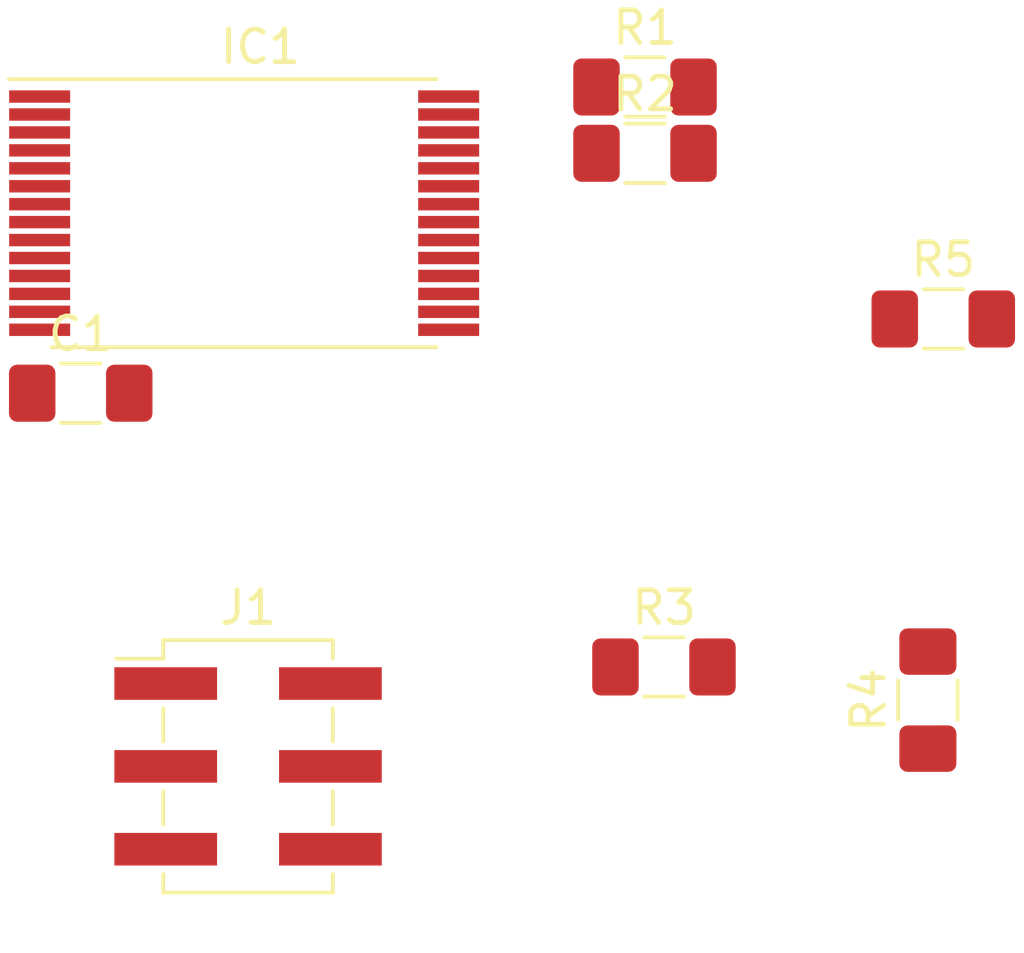
<source format=kicad_pcb>
(kicad_pcb (version 20171130) (host pcbnew 5.0.0)

  (general
    (thickness 1.6)
    (drawings 0)
    (tracks 0)
    (zones 0)
    (modules 8)
    (nets 30)
  )

  (page A4)
  (title_block
    (title "DXH Synth 01")
  )

  (layers
    (0 F.Cu signal)
    (31 B.Cu signal)
    (32 B.Adhes user)
    (33 F.Adhes user)
    (34 B.Paste user)
    (35 F.Paste user)
    (36 B.SilkS user)
    (37 F.SilkS user)
    (38 B.Mask user)
    (39 F.Mask user hide)
    (40 Dwgs.User user)
    (41 Cmts.User user)
    (42 Eco1.User user)
    (43 Eco2.User user)
    (44 Edge.Cuts user)
    (45 Margin user)
    (46 B.CrtYd user)
    (47 F.CrtYd user)
    (48 B.Fab user)
    (49 F.Fab user)
  )

  (setup
    (last_trace_width 0.4)
    (trace_clearance 0.45)
    (zone_clearance 0.508)
    (zone_45_only no)
    (trace_min 0.2)
    (segment_width 0.2)
    (edge_width 0.15)
    (via_size 0.8)
    (via_drill 0.4)
    (via_min_size 0.4)
    (via_min_drill 0.3)
    (uvia_size 0.3)
    (uvia_drill 0.1)
    (uvias_allowed no)
    (uvia_min_size 0.2)
    (uvia_min_drill 0.1)
    (pcb_text_width 0.3)
    (pcb_text_size 1.5 1.5)
    (mod_edge_width 0.15)
    (mod_text_size 1 1)
    (mod_text_width 0.15)
    (pad_size 1.524 1.524)
    (pad_drill 0.762)
    (pad_to_mask_clearance 0.2)
    (solder_mask_min_width 0.25)
    (aux_axis_origin 0 0)
    (visible_elements 7FFFFFFF)
    (pcbplotparams
      (layerselection 0x010fc_ffffffff)
      (usegerberextensions false)
      (usegerberattributes false)
      (usegerberadvancedattributes false)
      (creategerberjobfile false)
      (excludeedgelayer true)
      (linewidth 0.100000)
      (plotframeref false)
      (viasonmask false)
      (mode 1)
      (useauxorigin false)
      (hpglpennumber 1)
      (hpglpenspeed 20)
      (hpglpendiameter 15.000000)
      (psnegative false)
      (psa4output false)
      (plotreference true)
      (plotvalue true)
      (plotinvisibletext false)
      (padsonsilk false)
      (subtractmaskfromsilk false)
      (outputformat 1)
      (mirror false)
      (drillshape 1)
      (scaleselection 1)
      (outputdirectory "./"))
  )

  (net 0 "")
  (net 1 +5V)
  (net 2 /LED1)
  (net 3 /MOSI)
  (net 4 /MISO)
  (net 5 /SCK)
  (net 6 "Net-(IC1-Pad12)")
  (net 7 /LED2)
  (net 8 Earth)
  (net 9 /XTAL1)
  (net 10 /XTAL2)
  (net 11 /SPEAKER)
  (net 12 /SWITCH1)
  (net 13 "Net-(LED1-Pad2)")
  (net 14 "Net-(LED2-Pad2)")
  (net 15 "Net-(IC1-Pad22)")
  (net 16 "Net-(IC1-Pad20)")
  (net 17 "Net-(IC1-Pad19)")
  (net 18 /SWITCH2)
  (net 19 "Net-(IC1-Pad27)")
  (net 20 "Net-(IC1-Pad28)")
  (net 21 "Net-(IC1-Pad14)")
  (net 22 "Net-(IC1-Pad1)")
  (net 23 "Net-(IC1-Pad2)")
  (net 24 "Net-(IC1-Pad11)")
  (net 25 "Net-(IC1-Pad10)")
  (net 26 "Net-(IC1-Pad9)")
  (net 27 /RST)
  (net 28 "Net-(R1-Pad2)")
  (net 29 "Net-(R2-Pad2)")

  (net_class Default "This is the default net class."
    (clearance 0.45)
    (trace_width 0.4)
    (via_dia 0.8)
    (via_drill 0.4)
    (uvia_dia 0.3)
    (uvia_drill 0.1)
    (diff_pair_gap 0.25)
    (diff_pair_width 0.4)
    (add_net +5V)
    (add_net /LED1)
    (add_net /LED2)
    (add_net /MISO)
    (add_net /MOSI)
    (add_net /RST)
    (add_net /SCK)
    (add_net /SPEAKER)
    (add_net /SWITCH1)
    (add_net /SWITCH2)
    (add_net /XTAL1)
    (add_net /XTAL2)
    (add_net Earth)
    (add_net "Net-(IC1-Pad1)")
    (add_net "Net-(IC1-Pad10)")
    (add_net "Net-(IC1-Pad11)")
    (add_net "Net-(IC1-Pad12)")
    (add_net "Net-(IC1-Pad14)")
    (add_net "Net-(IC1-Pad19)")
    (add_net "Net-(IC1-Pad2)")
    (add_net "Net-(IC1-Pad20)")
    (add_net "Net-(IC1-Pad22)")
    (add_net "Net-(IC1-Pad27)")
    (add_net "Net-(IC1-Pad28)")
    (add_net "Net-(IC1-Pad9)")
    (add_net "Net-(LED1-Pad2)")
    (add_net "Net-(LED2-Pad2)")
    (add_net "Net-(R1-Pad2)")
    (add_net "Net-(R2-Pad2)")
  )

  (module Capacitor_SMD:C_1206_3216Metric_Pad1.42x1.75mm_HandSolder (layer F.Cu) (tedit 5B301BBE) (tstamp 5BDCC3DB)
    (at 110.679001 91.683001)
    (descr "Capacitor SMD 1206 (3216 Metric), square (rectangular) end terminal, IPC_7351 nominal with elongated pad for handsoldering. (Body size source: http://www.tortai-tech.com/upload/download/2011102023233369053.pdf), generated with kicad-footprint-generator")
    (tags "capacitor handsolder")
    (path /5BB665F6)
    (attr smd)
    (fp_text reference C1 (at 0 -1.82) (layer F.SilkS)
      (effects (font (size 1 1) (thickness 0.15)))
    )
    (fp_text value "1 uF" (at 0 1.82) (layer F.Fab)
      (effects (font (size 1 1) (thickness 0.15)))
    )
    (fp_text user %R (at 0 0) (layer F.Fab)
      (effects (font (size 0.8 0.8) (thickness 0.12)))
    )
    (fp_line (start 2.45 1.12) (end -2.45 1.12) (layer F.CrtYd) (width 0.05))
    (fp_line (start 2.45 -1.12) (end 2.45 1.12) (layer F.CrtYd) (width 0.05))
    (fp_line (start -2.45 -1.12) (end 2.45 -1.12) (layer F.CrtYd) (width 0.05))
    (fp_line (start -2.45 1.12) (end -2.45 -1.12) (layer F.CrtYd) (width 0.05))
    (fp_line (start -0.602064 0.91) (end 0.602064 0.91) (layer F.SilkS) (width 0.12))
    (fp_line (start -0.602064 -0.91) (end 0.602064 -0.91) (layer F.SilkS) (width 0.12))
    (fp_line (start 1.6 0.8) (end -1.6 0.8) (layer F.Fab) (width 0.1))
    (fp_line (start 1.6 -0.8) (end 1.6 0.8) (layer F.Fab) (width 0.1))
    (fp_line (start -1.6 -0.8) (end 1.6 -0.8) (layer F.Fab) (width 0.1))
    (fp_line (start -1.6 0.8) (end -1.6 -0.8) (layer F.Fab) (width 0.1))
    (pad 2 smd roundrect (at 1.4875 0) (size 1.425 1.75) (layers F.Cu F.Paste F.Mask) (roundrect_rratio 0.175439)
      (net 8 Earth))
    (pad 1 smd roundrect (at -1.4875 0) (size 1.425 1.75) (layers F.Cu F.Paste F.Mask) (roundrect_rratio 0.175439)
      (net 1 +5V))
    (model ${KISYS3DMOD}/Capacitor_SMD.3dshapes/C_1206_3216Metric.wrl
      (at (xyz 0 0 0))
      (scale (xyz 1 1 1))
      (rotate (xyz 0 0 0))
    )
  )

  (module Package_SO:TSOP-I-28_11.8x8mm_P0.55mm (layer F.Cu) (tedit 5AC6A6FB) (tstamp 5BDCC407)
    (at 115.689001 86.163001)
    (descr "TSOP I, 28 pins, 18.8x8mm body, 0.55mm pitch, IPC-calculated pads (http://ww1.microchip.com/downloads/en/devicedoc/doc0807.pdf)")
    (tags "TSOP I 28 pins")
    (path /5BDCD53F)
    (attr smd)
    (fp_text reference IC1 (at 0.5 -5.1) (layer F.SilkS)
      (effects (font (size 1 1) (thickness 0.15)))
    )
    (fp_text value ATMEGA88-THIN (at 0 5.7) (layer F.Fab)
      (effects (font (size 1 1) (thickness 0.15)))
    )
    (fp_line (start 7.46 4.35) (end -7.46 4.35) (layer F.CrtYd) (width 0.05))
    (fp_line (start 7.46 4.35) (end 7.46 -4.35) (layer F.CrtYd) (width 0.05))
    (fp_line (start -7.46 -4.35) (end -7.46 4.35) (layer F.CrtYd) (width 0.05))
    (fp_line (start -7.46 -4.35) (end 7.46 -4.35) (layer F.CrtYd) (width 0.05))
    (fp_line (start 5.9 -4) (end 5.9 4) (layer F.Fab) (width 0.1))
    (fp_line (start 5.9 4) (end -5.9 4) (layer F.Fab) (width 0.1))
    (fp_line (start -5.9 -3.3) (end -5.9 4) (layer F.Fab) (width 0.1))
    (fp_line (start 5.9 -4) (end -5.2 -4) (layer F.Fab) (width 0.1))
    (fp_line (start -5.9 -3.3) (end -5.2 -4) (layer F.Fab) (width 0.1))
    (fp_line (start -7.205 -4.11) (end 5.9 -4.11) (layer F.SilkS) (width 0.12))
    (fp_line (start -5.9 4.11) (end 5.9 4.11) (layer F.SilkS) (width 0.12))
    (fp_text user %R (at 0.5 0) (layer F.Fab)
      (effects (font (size 1 1) (thickness 0.15)))
    )
    (pad 7 smd rect (at -6.27 -0.275) (size 1.87 0.38) (layers F.Cu F.Paste F.Mask)
      (net 9 /XTAL1))
    (pad 8 smd rect (at -6.27 0.275) (size 1.87 0.38) (layers F.Cu F.Paste F.Mask)
      (net 10 /XTAL2))
    (pad 9 smd rect (at -6.27 0.825) (size 1.87 0.38) (layers F.Cu F.Paste F.Mask)
      (net 26 "Net-(IC1-Pad9)"))
    (pad 6 smd rect (at -6.27 -0.825) (size 1.87 0.38) (layers F.Cu F.Paste F.Mask)
      (net 1 +5V))
    (pad 5 smd rect (at -6.27 -1.375) (size 1.87 0.38) (layers F.Cu F.Paste F.Mask)
      (net 8 Earth))
    (pad 10 smd rect (at -6.27 1.375) (size 1.87 0.38) (layers F.Cu F.Paste F.Mask)
      (net 25 "Net-(IC1-Pad10)"))
    (pad 4 smd rect (at -6.27 -1.925) (size 1.87 0.38) (layers F.Cu F.Paste F.Mask)
      (net 1 +5V))
    (pad 11 smd rect (at -6.27 1.925) (size 1.87 0.38) (layers F.Cu F.Paste F.Mask)
      (net 24 "Net-(IC1-Pad11)"))
    (pad 3 smd rect (at -6.27 -2.475) (size 1.87 0.38) (layers F.Cu F.Paste F.Mask)
      (net 8 Earth))
    (pad 12 smd rect (at -6.27 2.475) (size 1.87 0.38) (layers F.Cu F.Paste F.Mask)
      (net 6 "Net-(IC1-Pad12)"))
    (pad 13 smd rect (at -6.27 3.025) (size 1.87 0.38) (layers F.Cu F.Paste F.Mask)
      (net 11 /SPEAKER))
    (pad 2 smd rect (at -6.27 -3.025) (size 1.87 0.38) (layers F.Cu F.Paste F.Mask)
      (net 23 "Net-(IC1-Pad2)"))
    (pad 1 smd rect (at -6.27 -3.575) (size 1.87 0.38) (layers F.Cu F.Paste F.Mask)
      (net 22 "Net-(IC1-Pad1)"))
    (pad 14 smd rect (at -6.27 3.575) (size 1.87 0.38) (layers F.Cu F.Paste F.Mask)
      (net 21 "Net-(IC1-Pad14)"))
    (pad 15 smd rect (at 6.27 3.575) (size 1.87 0.38) (layers F.Cu F.Paste F.Mask)
      (net 3 /MOSI))
    (pad 28 smd rect (at 6.27 -3.575) (size 1.87 0.38) (layers F.Cu F.Paste F.Mask)
      (net 20 "Net-(IC1-Pad28)"))
    (pad 27 smd rect (at 6.27 -3.025) (size 1.87 0.38) (layers F.Cu F.Paste F.Mask)
      (net 19 "Net-(IC1-Pad27)"))
    (pad 16 smd rect (at 6.27 3.025) (size 1.87 0.38) (layers F.Cu F.Paste F.Mask)
      (net 4 /MISO))
    (pad 17 smd rect (at 6.27 2.475) (size 1.87 0.38) (layers F.Cu F.Paste F.Mask)
      (net 5 /SCK))
    (pad 26 smd rect (at 6.27 -2.475) (size 1.87 0.38) (layers F.Cu F.Paste F.Mask)
      (net 18 /SWITCH2))
    (pad 18 smd rect (at 6.27 1.925) (size 1.87 0.38) (layers F.Cu F.Paste F.Mask)
      (net 1 +5V))
    (pad 25 smd rect (at 6.27 -1.925) (size 1.87 0.38) (layers F.Cu F.Paste F.Mask)
      (net 12 /SWITCH1))
    (pad 19 smd rect (at 6.27 1.375) (size 1.87 0.38) (layers F.Cu F.Paste F.Mask)
      (net 17 "Net-(IC1-Pad19)"))
    (pad 24 smd rect (at 6.27 -1.375) (size 1.87 0.38) (layers F.Cu F.Paste F.Mask)
      (net 7 /LED2))
    (pad 23 smd rect (at 6.27 -0.825) (size 1.87 0.38) (layers F.Cu F.Paste F.Mask)
      (net 2 /LED1))
    (pad 20 smd rect (at 6.27 0.825) (size 1.87 0.38) (layers F.Cu F.Paste F.Mask)
      (net 16 "Net-(IC1-Pad20)"))
    (pad 21 smd rect (at 6.27 0.275) (size 1.87 0.38) (layers F.Cu F.Paste F.Mask)
      (net 8 Earth))
    (pad 22 smd rect (at 6.27 -0.275) (size 1.87 0.38) (layers F.Cu F.Paste F.Mask)
      (net 15 "Net-(IC1-Pad22)"))
    (model ${KISYS3DMOD}/Package_SO.3dshapes/TSOP-I-28_11.8x8mm_P0.55mm.wrl
      (at (xyz 0 0 0))
      (scale (xyz 1 1 1))
      (rotate (xyz 0 0 0))
    )
  )

  (module Connector_PinHeader_2.54mm:PinHeader_2x03_P2.54mm_Vertical_SMD (layer F.Cu) (tedit 59FED5CC) (tstamp 5BDCC438)
    (at 115.809 103.124)
    (descr "surface-mounted straight pin header, 2x03, 2.54mm pitch, double rows")
    (tags "Surface mounted pin header SMD 2x03 2.54mm double row")
    (path /5BDF06EF)
    (attr smd)
    (fp_text reference J1 (at 0 -4.87) (layer F.SilkS)
      (effects (font (size 1 1) (thickness 0.15)))
    )
    (fp_text value AVR-ISP-6 (at 0 4.87) (layer F.Fab)
      (effects (font (size 1 1) (thickness 0.15)))
    )
    (fp_text user %R (at 0 0 90) (layer F.Fab)
      (effects (font (size 1 1) (thickness 0.15)))
    )
    (fp_line (start 5.9 -4.35) (end -5.9 -4.35) (layer F.CrtYd) (width 0.05))
    (fp_line (start 5.9 4.35) (end 5.9 -4.35) (layer F.CrtYd) (width 0.05))
    (fp_line (start -5.9 4.35) (end 5.9 4.35) (layer F.CrtYd) (width 0.05))
    (fp_line (start -5.9 -4.35) (end -5.9 4.35) (layer F.CrtYd) (width 0.05))
    (fp_line (start 2.6 0.76) (end 2.6 1.78) (layer F.SilkS) (width 0.12))
    (fp_line (start -2.6 0.76) (end -2.6 1.78) (layer F.SilkS) (width 0.12))
    (fp_line (start 2.6 -1.78) (end 2.6 -0.76) (layer F.SilkS) (width 0.12))
    (fp_line (start -2.6 -1.78) (end -2.6 -0.76) (layer F.SilkS) (width 0.12))
    (fp_line (start 2.6 3.3) (end 2.6 3.87) (layer F.SilkS) (width 0.12))
    (fp_line (start -2.6 3.3) (end -2.6 3.87) (layer F.SilkS) (width 0.12))
    (fp_line (start 2.6 -3.87) (end 2.6 -3.3) (layer F.SilkS) (width 0.12))
    (fp_line (start -2.6 -3.87) (end -2.6 -3.3) (layer F.SilkS) (width 0.12))
    (fp_line (start -4.04 -3.3) (end -2.6 -3.3) (layer F.SilkS) (width 0.12))
    (fp_line (start -2.6 3.87) (end 2.6 3.87) (layer F.SilkS) (width 0.12))
    (fp_line (start -2.6 -3.87) (end 2.6 -3.87) (layer F.SilkS) (width 0.12))
    (fp_line (start 3.6 2.86) (end 2.54 2.86) (layer F.Fab) (width 0.1))
    (fp_line (start 3.6 2.22) (end 3.6 2.86) (layer F.Fab) (width 0.1))
    (fp_line (start 2.54 2.22) (end 3.6 2.22) (layer F.Fab) (width 0.1))
    (fp_line (start -3.6 2.86) (end -2.54 2.86) (layer F.Fab) (width 0.1))
    (fp_line (start -3.6 2.22) (end -3.6 2.86) (layer F.Fab) (width 0.1))
    (fp_line (start -2.54 2.22) (end -3.6 2.22) (layer F.Fab) (width 0.1))
    (fp_line (start 3.6 0.32) (end 2.54 0.32) (layer F.Fab) (width 0.1))
    (fp_line (start 3.6 -0.32) (end 3.6 0.32) (layer F.Fab) (width 0.1))
    (fp_line (start 2.54 -0.32) (end 3.6 -0.32) (layer F.Fab) (width 0.1))
    (fp_line (start -3.6 0.32) (end -2.54 0.32) (layer F.Fab) (width 0.1))
    (fp_line (start -3.6 -0.32) (end -3.6 0.32) (layer F.Fab) (width 0.1))
    (fp_line (start -2.54 -0.32) (end -3.6 -0.32) (layer F.Fab) (width 0.1))
    (fp_line (start 3.6 -2.22) (end 2.54 -2.22) (layer F.Fab) (width 0.1))
    (fp_line (start 3.6 -2.86) (end 3.6 -2.22) (layer F.Fab) (width 0.1))
    (fp_line (start 2.54 -2.86) (end 3.6 -2.86) (layer F.Fab) (width 0.1))
    (fp_line (start -3.6 -2.22) (end -2.54 -2.22) (layer F.Fab) (width 0.1))
    (fp_line (start -3.6 -2.86) (end -3.6 -2.22) (layer F.Fab) (width 0.1))
    (fp_line (start -2.54 -2.86) (end -3.6 -2.86) (layer F.Fab) (width 0.1))
    (fp_line (start 2.54 -3.81) (end 2.54 3.81) (layer F.Fab) (width 0.1))
    (fp_line (start -2.54 -2.86) (end -1.59 -3.81) (layer F.Fab) (width 0.1))
    (fp_line (start -2.54 3.81) (end -2.54 -2.86) (layer F.Fab) (width 0.1))
    (fp_line (start -1.59 -3.81) (end 2.54 -3.81) (layer F.Fab) (width 0.1))
    (fp_line (start 2.54 3.81) (end -2.54 3.81) (layer F.Fab) (width 0.1))
    (pad 6 smd rect (at 2.525 2.54) (size 3.15 1) (layers F.Cu F.Paste F.Mask)
      (net 8 Earth))
    (pad 5 smd rect (at -2.525 2.54) (size 3.15 1) (layers F.Cu F.Paste F.Mask)
      (net 27 /RST))
    (pad 4 smd rect (at 2.525 0) (size 3.15 1) (layers F.Cu F.Paste F.Mask)
      (net 3 /MOSI))
    (pad 3 smd rect (at -2.525 0) (size 3.15 1) (layers F.Cu F.Paste F.Mask)
      (net 5 /SCK))
    (pad 2 smd rect (at 2.525 -2.54) (size 3.15 1) (layers F.Cu F.Paste F.Mask)
      (net 1 +5V))
    (pad 1 smd rect (at -2.525 -2.54) (size 3.15 1) (layers F.Cu F.Paste F.Mask)
      (net 4 /MISO))
    (model ${KISYS3DMOD}/Connector_PinHeader_2.54mm.3dshapes/PinHeader_2x03_P2.54mm_Vertical_SMD.wrl
      (at (xyz 0 0 0))
      (scale (xyz 1 1 1))
      (rotate (xyz 0 0 0))
    )
  )

  (module Resistor_SMD:R_1206_3216Metric_Pad1.42x1.75mm_HandSolder (layer F.Cu) (tedit 5B301BBD) (tstamp 5BDCC449)
    (at 127.9795 82.296)
    (descr "Resistor SMD 1206 (3216 Metric), square (rectangular) end terminal, IPC_7351 nominal with elongated pad for handsoldering. (Body size source: http://www.tortai-tech.com/upload/download/2011102023233369053.pdf), generated with kicad-footprint-generator")
    (tags "resistor handsolder")
    (path /5BB8B977)
    (attr smd)
    (fp_text reference R1 (at 0 -1.82) (layer F.SilkS)
      (effects (font (size 1 1) (thickness 0.15)))
    )
    (fp_text value 100k (at 0 1.82) (layer F.Fab)
      (effects (font (size 1 1) (thickness 0.15)))
    )
    (fp_line (start -1.6 0.8) (end -1.6 -0.8) (layer F.Fab) (width 0.1))
    (fp_line (start -1.6 -0.8) (end 1.6 -0.8) (layer F.Fab) (width 0.1))
    (fp_line (start 1.6 -0.8) (end 1.6 0.8) (layer F.Fab) (width 0.1))
    (fp_line (start 1.6 0.8) (end -1.6 0.8) (layer F.Fab) (width 0.1))
    (fp_line (start -0.602064 -0.91) (end 0.602064 -0.91) (layer F.SilkS) (width 0.12))
    (fp_line (start -0.602064 0.91) (end 0.602064 0.91) (layer F.SilkS) (width 0.12))
    (fp_line (start -2.45 1.12) (end -2.45 -1.12) (layer F.CrtYd) (width 0.05))
    (fp_line (start -2.45 -1.12) (end 2.45 -1.12) (layer F.CrtYd) (width 0.05))
    (fp_line (start 2.45 -1.12) (end 2.45 1.12) (layer F.CrtYd) (width 0.05))
    (fp_line (start 2.45 1.12) (end -2.45 1.12) (layer F.CrtYd) (width 0.05))
    (fp_text user %R (at 0 0) (layer F.Fab)
      (effects (font (size 0.8 0.8) (thickness 0.12)))
    )
    (pad 1 smd roundrect (at -1.4875 0) (size 1.425 1.75) (layers F.Cu F.Paste F.Mask) (roundrect_rratio 0.175439)
      (net 18 /SWITCH2))
    (pad 2 smd roundrect (at 1.4875 0) (size 1.425 1.75) (layers F.Cu F.Paste F.Mask) (roundrect_rratio 0.175439)
      (net 28 "Net-(R1-Pad2)"))
    (model ${KISYS3DMOD}/Resistor_SMD.3dshapes/R_1206_3216Metric.wrl
      (at (xyz 0 0 0))
      (scale (xyz 1 1 1))
      (rotate (xyz 0 0 0))
    )
  )

  (module Resistor_SMD:R_1206_3216Metric_Pad1.42x1.75mm_HandSolder (layer F.Cu) (tedit 5B301BBD) (tstamp 5BDCC45A)
    (at 127.9795 84.328)
    (descr "Resistor SMD 1206 (3216 Metric), square (rectangular) end terminal, IPC_7351 nominal with elongated pad for handsoldering. (Body size source: http://www.tortai-tech.com/upload/download/2011102023233369053.pdf), generated with kicad-footprint-generator")
    (tags "resistor handsolder")
    (path /5BD4F77E)
    (attr smd)
    (fp_text reference R2 (at 0 -1.82) (layer F.SilkS)
      (effects (font (size 1 1) (thickness 0.15)))
    )
    (fp_text value 100k (at 0 1.82) (layer F.Fab)
      (effects (font (size 1 1) (thickness 0.15)))
    )
    (fp_line (start -1.6 0.8) (end -1.6 -0.8) (layer F.Fab) (width 0.1))
    (fp_line (start -1.6 -0.8) (end 1.6 -0.8) (layer F.Fab) (width 0.1))
    (fp_line (start 1.6 -0.8) (end 1.6 0.8) (layer F.Fab) (width 0.1))
    (fp_line (start 1.6 0.8) (end -1.6 0.8) (layer F.Fab) (width 0.1))
    (fp_line (start -0.602064 -0.91) (end 0.602064 -0.91) (layer F.SilkS) (width 0.12))
    (fp_line (start -0.602064 0.91) (end 0.602064 0.91) (layer F.SilkS) (width 0.12))
    (fp_line (start -2.45 1.12) (end -2.45 -1.12) (layer F.CrtYd) (width 0.05))
    (fp_line (start -2.45 -1.12) (end 2.45 -1.12) (layer F.CrtYd) (width 0.05))
    (fp_line (start 2.45 -1.12) (end 2.45 1.12) (layer F.CrtYd) (width 0.05))
    (fp_line (start 2.45 1.12) (end -2.45 1.12) (layer F.CrtYd) (width 0.05))
    (fp_text user %R (at 0 0) (layer F.Fab)
      (effects (font (size 0.8 0.8) (thickness 0.12)))
    )
    (pad 1 smd roundrect (at -1.4875 0) (size 1.425 1.75) (layers F.Cu F.Paste F.Mask) (roundrect_rratio 0.175439)
      (net 12 /SWITCH1))
    (pad 2 smd roundrect (at 1.4875 0) (size 1.425 1.75) (layers F.Cu F.Paste F.Mask) (roundrect_rratio 0.175439)
      (net 29 "Net-(R2-Pad2)"))
    (model ${KISYS3DMOD}/Resistor_SMD.3dshapes/R_1206_3216Metric.wrl
      (at (xyz 0 0 0))
      (scale (xyz 1 1 1))
      (rotate (xyz 0 0 0))
    )
  )

  (module Resistor_SMD:R_1206_3216Metric_Pad1.42x1.75mm_HandSolder (layer F.Cu) (tedit 5B301BBD) (tstamp 5BDCC46B)
    (at 128.5605 100.076)
    (descr "Resistor SMD 1206 (3216 Metric), square (rectangular) end terminal, IPC_7351 nominal with elongated pad for handsoldering. (Body size source: http://www.tortai-tech.com/upload/download/2011102023233369053.pdf), generated with kicad-footprint-generator")
    (tags "resistor handsolder")
    (path /5BB6EA41)
    (attr smd)
    (fp_text reference R3 (at 0 -1.82) (layer F.SilkS)
      (effects (font (size 1 1) (thickness 0.15)))
    )
    (fp_text value 100k (at 0 1.82) (layer F.Fab)
      (effects (font (size 1 1) (thickness 0.15)))
    )
    (fp_text user %R (at 0 0) (layer F.Fab)
      (effects (font (size 0.8 0.8) (thickness 0.12)))
    )
    (fp_line (start 2.45 1.12) (end -2.45 1.12) (layer F.CrtYd) (width 0.05))
    (fp_line (start 2.45 -1.12) (end 2.45 1.12) (layer F.CrtYd) (width 0.05))
    (fp_line (start -2.45 -1.12) (end 2.45 -1.12) (layer F.CrtYd) (width 0.05))
    (fp_line (start -2.45 1.12) (end -2.45 -1.12) (layer F.CrtYd) (width 0.05))
    (fp_line (start -0.602064 0.91) (end 0.602064 0.91) (layer F.SilkS) (width 0.12))
    (fp_line (start -0.602064 -0.91) (end 0.602064 -0.91) (layer F.SilkS) (width 0.12))
    (fp_line (start 1.6 0.8) (end -1.6 0.8) (layer F.Fab) (width 0.1))
    (fp_line (start 1.6 -0.8) (end 1.6 0.8) (layer F.Fab) (width 0.1))
    (fp_line (start -1.6 -0.8) (end 1.6 -0.8) (layer F.Fab) (width 0.1))
    (fp_line (start -1.6 0.8) (end -1.6 -0.8) (layer F.Fab) (width 0.1))
    (pad 2 smd roundrect (at 1.4875 0) (size 1.425 1.75) (layers F.Cu F.Paste F.Mask) (roundrect_rratio 0.175439)
      (net 8 Earth))
    (pad 1 smd roundrect (at -1.4875 0) (size 1.425 1.75) (layers F.Cu F.Paste F.Mask) (roundrect_rratio 0.175439)
      (net 13 "Net-(LED1-Pad2)"))
    (model ${KISYS3DMOD}/Resistor_SMD.3dshapes/R_1206_3216Metric.wrl
      (at (xyz 0 0 0))
      (scale (xyz 1 1 1))
      (rotate (xyz 0 0 0))
    )
  )

  (module Resistor_SMD:R_1206_3216Metric_Pad1.42x1.75mm_HandSolder (layer F.Cu) (tedit 5B301BBD) (tstamp 5BDCC47C)
    (at 136.652 101.092 90)
    (descr "Resistor SMD 1206 (3216 Metric), square (rectangular) end terminal, IPC_7351 nominal with elongated pad for handsoldering. (Body size source: http://www.tortai-tech.com/upload/download/2011102023233369053.pdf), generated with kicad-footprint-generator")
    (tags "resistor handsolder")
    (path /5BD4E9CE)
    (attr smd)
    (fp_text reference R4 (at 0 -1.82 90) (layer F.SilkS)
      (effects (font (size 1 1) (thickness 0.15)))
    )
    (fp_text value 100k (at 0 1.82 90) (layer F.Fab)
      (effects (font (size 1 1) (thickness 0.15)))
    )
    (fp_text user %R (at 0 0 90) (layer F.Fab)
      (effects (font (size 0.8 0.8) (thickness 0.12)))
    )
    (fp_line (start 2.45 1.12) (end -2.45 1.12) (layer F.CrtYd) (width 0.05))
    (fp_line (start 2.45 -1.12) (end 2.45 1.12) (layer F.CrtYd) (width 0.05))
    (fp_line (start -2.45 -1.12) (end 2.45 -1.12) (layer F.CrtYd) (width 0.05))
    (fp_line (start -2.45 1.12) (end -2.45 -1.12) (layer F.CrtYd) (width 0.05))
    (fp_line (start -0.602064 0.91) (end 0.602064 0.91) (layer F.SilkS) (width 0.12))
    (fp_line (start -0.602064 -0.91) (end 0.602064 -0.91) (layer F.SilkS) (width 0.12))
    (fp_line (start 1.6 0.8) (end -1.6 0.8) (layer F.Fab) (width 0.1))
    (fp_line (start 1.6 -0.8) (end 1.6 0.8) (layer F.Fab) (width 0.1))
    (fp_line (start -1.6 -0.8) (end 1.6 -0.8) (layer F.Fab) (width 0.1))
    (fp_line (start -1.6 0.8) (end -1.6 -0.8) (layer F.Fab) (width 0.1))
    (pad 2 smd roundrect (at 1.4875 0 90) (size 1.425 1.75) (layers F.Cu F.Paste F.Mask) (roundrect_rratio 0.175439)
      (net 8 Earth))
    (pad 1 smd roundrect (at -1.4875 0 90) (size 1.425 1.75) (layers F.Cu F.Paste F.Mask) (roundrect_rratio 0.175439)
      (net 14 "Net-(LED2-Pad2)"))
    (model ${KISYS3DMOD}/Resistor_SMD.3dshapes/R_1206_3216Metric.wrl
      (at (xyz 0 0 0))
      (scale (xyz 1 1 1))
      (rotate (xyz 0 0 0))
    )
  )

  (module Resistor_SMD:R_1206_3216Metric_Pad1.42x1.75mm_HandSolder (layer F.Cu) (tedit 5B301BBD) (tstamp 5BDCC48D)
    (at 137.1235 89.408)
    (descr "Resistor SMD 1206 (3216 Metric), square (rectangular) end terminal, IPC_7351 nominal with elongated pad for handsoldering. (Body size source: http://www.tortai-tech.com/upload/download/2011102023233369053.pdf), generated with kicad-footprint-generator")
    (tags "resistor handsolder")
    (path /5BDF06E8)
    (attr smd)
    (fp_text reference R5 (at 0 -1.82) (layer F.SilkS)
      (effects (font (size 1 1) (thickness 0.15)))
    )
    (fp_text value 10k (at 0 1.82) (layer F.Fab)
      (effects (font (size 1 1) (thickness 0.15)))
    )
    (fp_text user %R (at 0 0) (layer F.Fab)
      (effects (font (size 0.8 0.8) (thickness 0.12)))
    )
    (fp_line (start 2.45 1.12) (end -2.45 1.12) (layer F.CrtYd) (width 0.05))
    (fp_line (start 2.45 -1.12) (end 2.45 1.12) (layer F.CrtYd) (width 0.05))
    (fp_line (start -2.45 -1.12) (end 2.45 -1.12) (layer F.CrtYd) (width 0.05))
    (fp_line (start -2.45 1.12) (end -2.45 -1.12) (layer F.CrtYd) (width 0.05))
    (fp_line (start -0.602064 0.91) (end 0.602064 0.91) (layer F.SilkS) (width 0.12))
    (fp_line (start -0.602064 -0.91) (end 0.602064 -0.91) (layer F.SilkS) (width 0.12))
    (fp_line (start 1.6 0.8) (end -1.6 0.8) (layer F.Fab) (width 0.1))
    (fp_line (start 1.6 -0.8) (end 1.6 0.8) (layer F.Fab) (width 0.1))
    (fp_line (start -1.6 -0.8) (end 1.6 -0.8) (layer F.Fab) (width 0.1))
    (fp_line (start -1.6 0.8) (end -1.6 -0.8) (layer F.Fab) (width 0.1))
    (pad 2 smd roundrect (at 1.4875 0) (size 1.425 1.75) (layers F.Cu F.Paste F.Mask) (roundrect_rratio 0.175439)
      (net 1 +5V))
    (pad 1 smd roundrect (at -1.4875 0) (size 1.425 1.75) (layers F.Cu F.Paste F.Mask) (roundrect_rratio 0.175439)
      (net 27 /RST))
    (model ${KISYS3DMOD}/Resistor_SMD.3dshapes/R_1206_3216Metric.wrl
      (at (xyz 0 0 0))
      (scale (xyz 1 1 1))
      (rotate (xyz 0 0 0))
    )
  )

)

</source>
